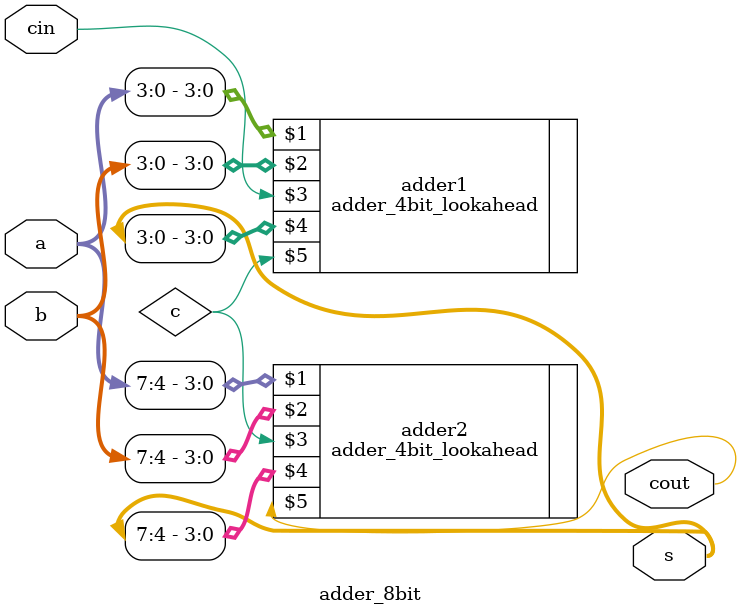
<source format=v>
module adder_8bit(
  a,
  b,
  cin,
  s,
  cout);
  
  input [7:0] a;
  input [7:0] b;
  input cin;
  
  output [7:0] s;
  output cout;
  
  wire [7:0] a;
  wire [7:0] b;
  wire cin;
  wire [7:0] s;
  wire cout;
  wire c;
  
  adder_4bit_lookahead adder1(a[3:0],b[3:0],cin,s[3:0],c);
  adder_4bit_lookahead adder2(a[7:4],b[7:4],c,s[7:4],cout);
  
endmodule

</source>
